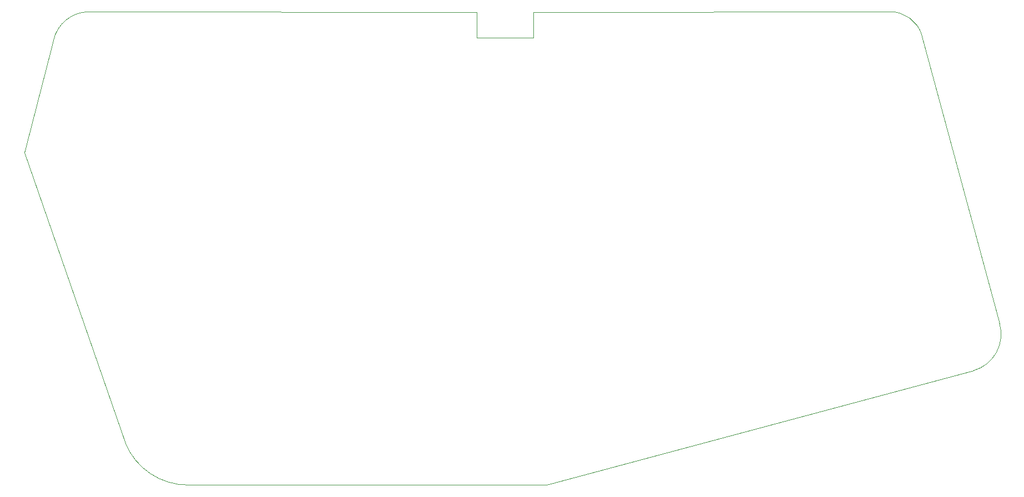
<source format=gbr>
%TF.GenerationSoftware,KiCad,Pcbnew,(5.1.10-1-10_14)*%
%TF.CreationDate,2021-06-08T08:47:03+02:00*%
%TF.ProjectId,project,70726f6a-6563-4742-9e6b-696361645f70,rev?*%
%TF.SameCoordinates,Original*%
%TF.FileFunction,Profile,NP*%
%FSLAX46Y46*%
G04 Gerber Fmt 4.6, Leading zero omitted, Abs format (unit mm)*
G04 Created by KiCad (PCBNEW (5.1.10-1-10_14)) date 2021-06-08 08:47:03*
%MOMM*%
%LPD*%
G01*
G04 APERTURE LIST*
%TA.AperFunction,Profile*%
%ADD10C,0.050000*%
%TD*%
G04 APERTURE END LIST*
D10*
X155067000Y-46863000D02*
X209550001Y-46831250D01*
X146431000Y-46863000D02*
X87312500Y-46831250D01*
X146431000Y-50800000D02*
X146431000Y-46863000D01*
X155067000Y-50800000D02*
X146431000Y-50800000D01*
X155067000Y-46863000D02*
X155067000Y-50800000D01*
X81888561Y-51182180D02*
G75*
G02*
X87312500Y-46831250I5423939J-1205320D01*
G01*
X209550001Y-46831250D02*
G75*
G02*
X214312499Y-50263866I-1J-5020115D01*
G01*
X226197382Y-94383286D02*
G75*
G02*
X222249999Y-101599999I-5534882J-1660464D01*
G01*
X102393750Y-119062500D02*
G75*
G02*
X92868750Y-112712500I0J10318750D01*
G01*
X226197382Y-94383286D02*
X214312499Y-50263866D01*
X102393750Y-119062500D02*
X133350000Y-119062500D01*
X77470000Y-68326000D02*
X92868750Y-112712500D01*
X81888561Y-51182180D02*
X77470000Y-68326000D01*
X157162500Y-119062500D02*
X133350000Y-119062500D01*
X222249999Y-101599999D02*
X157162500Y-119062500D01*
M02*

</source>
